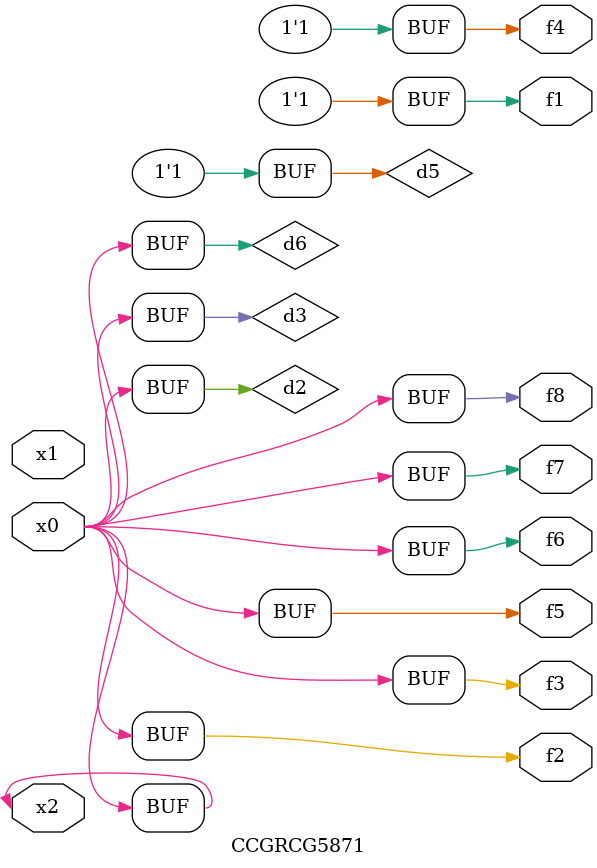
<source format=v>
module CCGRCG5871(
	input x0, x1, x2,
	output f1, f2, f3, f4, f5, f6, f7, f8
);

	wire d1, d2, d3, d4, d5, d6;

	xnor (d1, x2);
	buf (d2, x0, x2);
	and (d3, x0);
	xnor (d4, x1, x2);
	nand (d5, d1, d3);
	buf (d6, d2, d3);
	assign f1 = d5;
	assign f2 = d6;
	assign f3 = d6;
	assign f4 = d5;
	assign f5 = d6;
	assign f6 = d6;
	assign f7 = d6;
	assign f8 = d6;
endmodule

</source>
